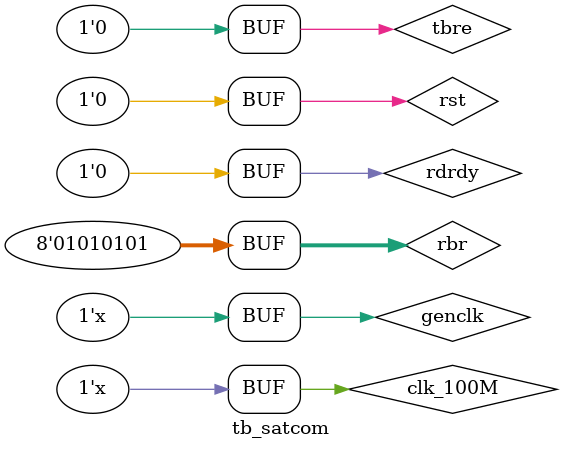
<source format=v>
/*	Author: bkeith
	
	File: tb_satcom.v
	Description: testbench for satcom.v and underlying submodules

	History: 	3/11/14	- started.
*/

`timescale 1ns / 1ps 

module tb_satcom();

	// Inputs
	reg [7:0] rbr;
	reg rdrdy;
	reg rst;
	reg tbre;
	reg genclk;
	reg clk_100M;

	// Outputs 
	wire rdrst;
	wire tdin;
	wire wrn;
	wire [15:0] dac_sample;

	// Instantiate UUT
	satcom M0 (rbr, rdrdy, rst, tbre, genclk, clk_100M, rdrst, tdin, wrn, dac_sample);

	initial begin
		rdrdy=0;
		rst=0;
		tbre=0;
		genclk=0;
		clk_100M=0;
		rbr = 8'b00000000;
	end

	// WATCH OUT FOR CLOCK DRIFT (?)
	always
		#250000 genclk = ~genclk;		//  2000 Hz

	always 
		#5 clk_100M = ~clk_100M;	// 100 MHz

	always begin
		#20000000 rbr = 8'b11110000;		// wait 20 ms
		rdrdy = 1;
		#4000000 rdrdy = 0;					// wait ~ 4/1200 s
		#20000000 rbr = 8'b01010101;
		rdrdy = 1;
		#4000000 rdrdy = 0;
	end

endmodule


</source>
